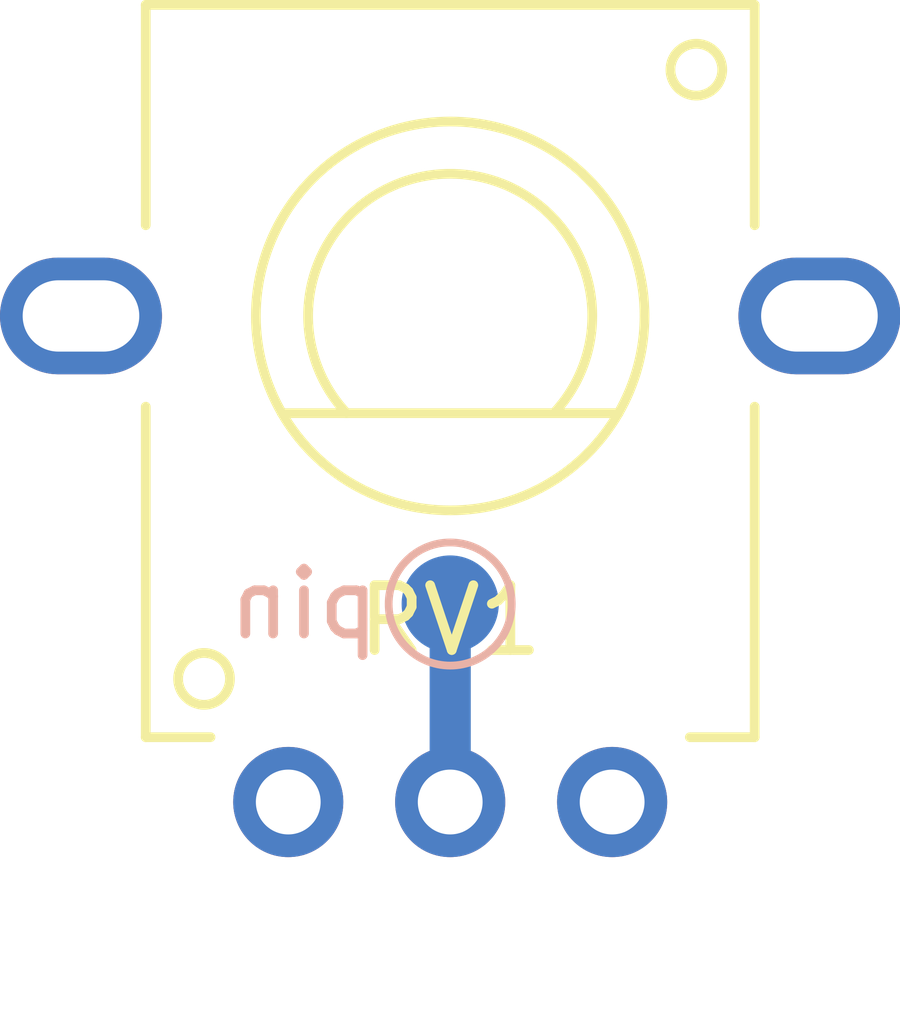
<source format=kicad_pcb>
(kicad_pcb (version 20211014) (generator pcbnew)
  (layers (0 "F.Cu" signal) (31 "B.Cu" signal) (34 "B.Paste" user) (35 "F.Paste" user) (36 "B.SilkS" user "B.Silkscreen") (37 "F.SilkS" user "F.Silkscreen") (38 "B.Mask" user) (39 "F.Mask" user) (44 "Edge.Cuts" user))
  (net 0 "")
  (net 1 "+3V3")
  (net 2 "GND")
  (net 3 "Pin0")
  (footprint "Potentiometer_Thonk:AlphaPot9ShaftD" (layer "F.Cu") (at 0 0)
    (fp_text reference "RV1" (at 0 4.7) (layer "F.SilkS"))
    (fp_text value "100k")
    (fp_line (start 4.7 1.4) (end 4.7 6.5) (layer "F.SilkS") (width 0.15))
    (fp_line (start -4.7 -4.8) (end 4.7 -4.8) (layer "F.SilkS") (width 0.15))
    (fp_line (start -4.7 -4.8) (end -4.7 -1.4) (layer "F.SilkS") (width 0.15))
    (fp_line (start 4.7 -4.8) (end 4.7 -1.4) (layer "F.SilkS") (width 0.15))
    (fp_line (start -4.7 6.5) (end -3.7 6.5) (layer "F.SilkS") (width 0.15))
    (fp_line (start 3.7 6.5) (end 4.7 6.5) (layer "F.SilkS") (width 0.15))
    (fp_line (start -4.7 1.4) (end -4.7 6.5) (layer "F.SilkS") (width 0.15))
    (fp_line (start -2.6 1.5) (end 2.6 1.5) (layer "F.SilkS") (width 0.15))
    (fp_arc (start -1.6 1.5) (mid -0.024972 -2.193029) (end 1.633741 1.463178) (layer "F.SilkS") (width 0.15))
    (fp_circle (center -3.8 5.6) (end -4.2 5.6) (layer "F.SilkS") (width 0.15) (fill none))
    (fp_circle (center 3.8 -3.8) (end 4.2 -3.8) (layer "F.SilkS") (width 0.15) (fill none))
    (fp_circle (center 0 0) (end 3 0) (layer "F.SilkS") (width 0.15) (fill none))
    (pad "" thru_hole oval locked (at 5.7 0) (size 2.5 1.8) (drill oval 1.8 1.1) (layers *.Cu *.Mask))
    (pad "" thru_hole oval locked (at -5.7 0) (size 2.5 1.8) (drill oval 1.8 1.1) (layers *.Cu *.Mask))
    (pad "1" thru_hole oval locked (at -2.5 7.5) (size 1.7 1.7) (drill 1) (layers *.Cu *.Mask) (net 2 "GND"))
    (pad "2" thru_hole oval locked (at 0 7.5) (size 1.7 1.7) (drill 1) (layers *.Cu *.Mask) (net 3 "Pin0"))
    (pad "3" thru_hole oval locked (at 2.5 7.5) (size 1.7 1.7) (drill 1) (layers *.Cu *.Mask) (net 1 "+3V3"))
  )
  (footprint "TestPoint:TestPoint_Pad_D1.5mm" (layer "B.Cu") (at 0 4.445)
    (fp_text reference "TP1" hide)
    (fp_text value "TestPoint")
    (fp_circle (center 0 0) (end 0 -0.95) (layer "B.SilkS") (width 0.12) (fill none))
    (pad "1" smd circle locked (at 0 0) (size 1.5 1.5) (layers "B.Cu" "B.Mask") (net 3 "Pin0"))
  )
  (gr_text "pin" (at -1.016 4.445) (layer "B.SilkS") (effects (font (size 1 1)) (justify left mirror)))
  (segment (start 0 7.5) (end 0 7.62) (width 0.635) (layer "B.Cu") (net 3))
  (segment (start 0 7.62) (end 0 4.445) (width 0.635) (layer "B.Cu") (net 3))
)
</source>
